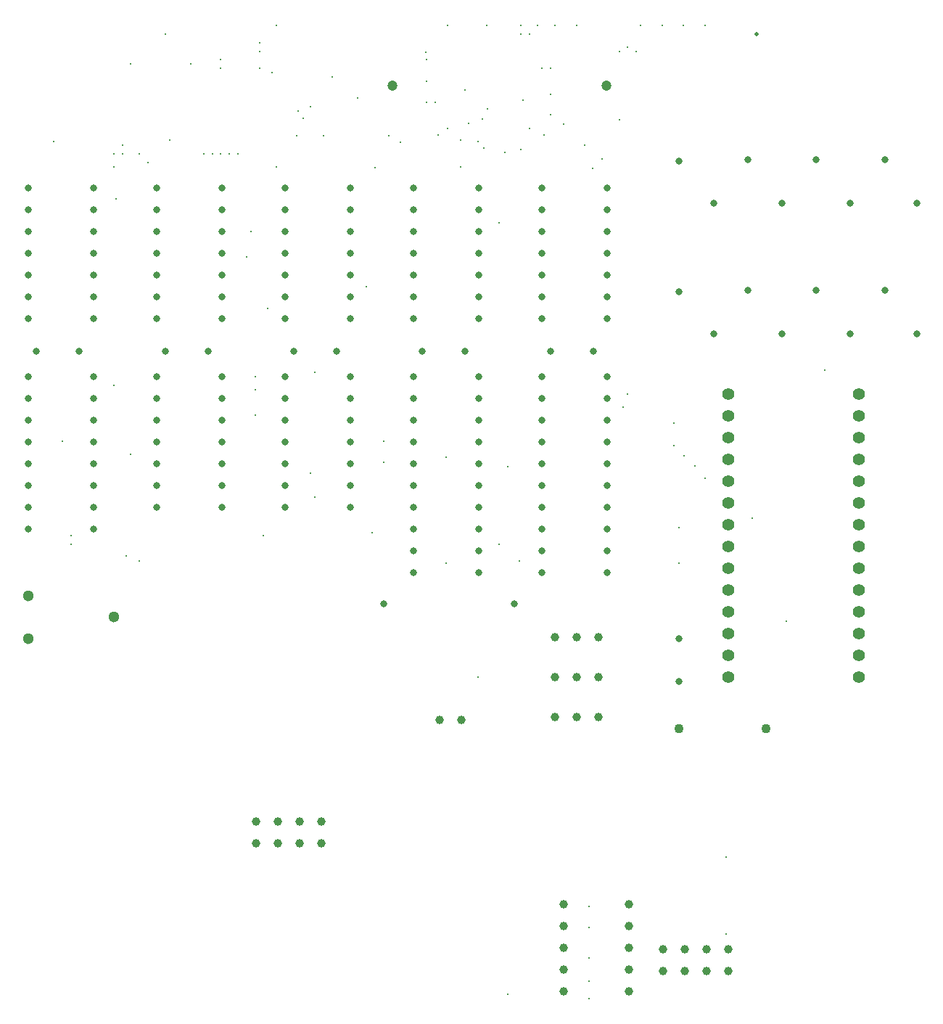
<source format=gbr>
%TF.GenerationSoftware,KiCad,Pcbnew,8.0.2*%
%TF.CreationDate,2024-05-13T23:51:45+02:00*%
%TF.ProjectId,M062.2,4d303632-2e32-42e6-9b69-6361645f7063,2*%
%TF.SameCoordinates,Original*%
%TF.FileFunction,Plated,1,2,PTH,Drill*%
%TF.FilePolarity,Positive*%
%FSLAX46Y46*%
G04 Gerber Fmt 4.6, Leading zero omitted, Abs format (unit mm)*
G04 Created by KiCad (PCBNEW 8.0.2) date 2024-05-13 23:51:45*
%MOMM*%
%LPD*%
G01*
G04 APERTURE LIST*
%TA.AperFunction,ViaDrill*%
%ADD10C,0.300000*%
%TD*%
%TA.AperFunction,ViaDrill*%
%ADD11C,0.500000*%
%TD*%
%TA.AperFunction,ComponentDrill*%
%ADD12C,0.800000*%
%TD*%
%TA.AperFunction,ComponentDrill*%
%ADD13C,1.000000*%
%TD*%
%TA.AperFunction,ComponentDrill*%
%ADD14C,1.100000*%
%TD*%
%TA.AperFunction,ComponentDrill*%
%ADD15C,1.200000*%
%TD*%
%TA.AperFunction,ComponentDrill*%
%ADD16C,1.300000*%
%TD*%
%TA.AperFunction,ComponentDrill*%
%ADD17C,1.400000*%
%TD*%
G04 APERTURE END LIST*
D10*
X104000000Y-62500000D03*
X105000000Y-97500000D03*
X106000000Y-108500000D03*
X106000000Y-109500000D03*
X111000000Y-64000000D03*
X111000000Y-65500000D03*
X111000000Y-91000000D03*
X111250000Y-69250000D03*
X112000000Y-63000000D03*
X112000000Y-64000000D03*
X112500000Y-110900000D03*
X113000000Y-53500000D03*
X113000000Y-99000000D03*
X114000000Y-64000000D03*
X114000000Y-111500000D03*
X115000000Y-65000000D03*
X117000000Y-50000000D03*
X117500000Y-62400000D03*
X120000000Y-53500000D03*
X121500000Y-64000000D03*
X122500000Y-64000000D03*
X123500000Y-53000000D03*
X123500000Y-54000000D03*
X123500000Y-64000000D03*
X124500000Y-64000000D03*
X125500000Y-64000000D03*
X126500000Y-76000000D03*
X127000000Y-73000000D03*
X127500000Y-90000000D03*
X127500000Y-91500000D03*
X127500000Y-94500000D03*
X128000000Y-51000000D03*
X128000000Y-52000000D03*
X128000000Y-54000000D03*
X128500000Y-108500000D03*
X129000000Y-82000000D03*
X129500000Y-54500000D03*
X130000000Y-49000000D03*
X130000000Y-65500000D03*
X132324265Y-61875735D03*
X132500000Y-59000000D03*
X133158174Y-59835190D03*
X134000000Y-58500000D03*
X134000000Y-101260000D03*
X134500000Y-89500000D03*
X134500000Y-104000000D03*
X135500000Y-61900000D03*
X136500000Y-55000000D03*
X139500000Y-57500000D03*
X140500000Y-79500000D03*
X141200000Y-108200000D03*
X141500000Y-65599999D03*
X142500000Y-97500000D03*
X142500000Y-100000000D03*
X143100000Y-61900000D03*
X144500000Y-62600000D03*
X147469937Y-52099188D03*
X147500000Y-53011026D03*
X147500000Y-55500000D03*
X147500000Y-58000000D03*
X148500000Y-58000000D03*
X148850001Y-61800000D03*
X149782843Y-111717157D03*
X149800000Y-99400000D03*
X150000000Y-49000000D03*
X150000000Y-61000000D03*
X151500000Y-62400000D03*
X151500000Y-65500000D03*
X152000000Y-56500000D03*
X152425000Y-60400000D03*
X153500000Y-62500000D03*
X153500000Y-125000000D03*
X154000000Y-59900000D03*
X154224265Y-63275735D03*
X154500000Y-49000000D03*
X154600000Y-58700000D03*
X156000000Y-72000000D03*
X156000000Y-109500000D03*
X156674265Y-63825735D03*
X157000000Y-100500000D03*
X157000000Y-162000000D03*
X158353797Y-111520608D03*
X158500000Y-49000000D03*
X158500000Y-50000000D03*
X158500000Y-63500000D03*
X158750765Y-57721475D03*
X159500000Y-50000000D03*
X159500000Y-61000000D03*
X160500000Y-49000000D03*
X161000000Y-54000000D03*
X161199995Y-61800000D03*
X162000000Y-54000000D03*
X162000000Y-57000000D03*
X162000000Y-59400000D03*
X162500000Y-49000000D03*
X163500000Y-60500000D03*
X165000000Y-49000000D03*
X166000000Y-63000000D03*
X166500000Y-151750000D03*
X166500000Y-154250000D03*
X166500000Y-157750000D03*
X166500000Y-160500000D03*
X166500000Y-162500000D03*
X166905589Y-65675172D03*
X168000000Y-64600000D03*
X170000000Y-60000000D03*
X170060000Y-52000000D03*
X170500000Y-93500000D03*
X171000000Y-51500000D03*
X171000000Y-92000000D03*
X172000000Y-52000000D03*
X172500010Y-48999990D03*
X175000004Y-49000004D03*
X176400000Y-95400000D03*
X176400000Y-98000000D03*
X177000000Y-107600000D03*
X177000000Y-111750000D03*
X177500000Y-48999996D03*
X177600000Y-99200000D03*
X178800000Y-100400000D03*
X179999990Y-49000000D03*
X180000000Y-101800000D03*
X182500000Y-146000000D03*
X182500000Y-155000000D03*
X185500000Y-106500000D03*
X189500000Y-118500000D03*
X194000000Y-89200000D03*
D11*
X186000000Y-50000000D03*
D12*
%TO.C,U8*%
X101000000Y-68000000D03*
X101000000Y-70540000D03*
X101000000Y-73080000D03*
X101000000Y-75620000D03*
X101000000Y-78160000D03*
X101000000Y-80700000D03*
X101000000Y-83240000D03*
%TO.C,U5*%
X101000000Y-90000000D03*
X101000000Y-92540000D03*
X101000000Y-95080000D03*
X101000000Y-97620000D03*
X101000000Y-100160000D03*
X101000000Y-102700000D03*
X101000000Y-105240000D03*
X101000000Y-107780000D03*
%TO.C,C2*%
X102000000Y-87000000D03*
X107000000Y-87000000D03*
%TO.C,U8*%
X108620000Y-68000000D03*
X108620000Y-70540000D03*
X108620000Y-73080000D03*
X108620000Y-75620000D03*
X108620000Y-78160000D03*
X108620000Y-80700000D03*
X108620000Y-83240000D03*
%TO.C,U5*%
X108620000Y-90000000D03*
X108620000Y-92540000D03*
X108620000Y-95080000D03*
X108620000Y-97620000D03*
X108620000Y-100160000D03*
X108620000Y-102700000D03*
X108620000Y-105240000D03*
X108620000Y-107780000D03*
%TO.C,U1*%
X116000000Y-68000000D03*
X116000000Y-70540000D03*
X116000000Y-73080000D03*
X116000000Y-75620000D03*
X116000000Y-78160000D03*
X116000000Y-80700000D03*
X116000000Y-83240000D03*
%TO.C,U3*%
X116000000Y-90000000D03*
X116000000Y-92540000D03*
X116000000Y-95080000D03*
X116000000Y-97620000D03*
X116000000Y-100160000D03*
X116000000Y-102700000D03*
X116000000Y-105240000D03*
%TO.C,C3*%
X117000000Y-87000000D03*
X122000000Y-87000000D03*
%TO.C,U1*%
X123620000Y-68000000D03*
X123620000Y-70540000D03*
X123620000Y-73080000D03*
X123620000Y-75620000D03*
X123620000Y-78160000D03*
X123620000Y-80700000D03*
X123620000Y-83240000D03*
%TO.C,U3*%
X123620000Y-90000000D03*
X123620000Y-92540000D03*
X123620000Y-95080000D03*
X123620000Y-97620000D03*
X123620000Y-100160000D03*
X123620000Y-102700000D03*
X123620000Y-105240000D03*
%TO.C,U9*%
X131000000Y-68000000D03*
X131000000Y-70540000D03*
X131000000Y-73080000D03*
X131000000Y-75620000D03*
X131000000Y-78160000D03*
X131000000Y-80700000D03*
X131000000Y-83240000D03*
%TO.C,U6*%
X131000000Y-90000000D03*
X131000000Y-92540000D03*
X131000000Y-95080000D03*
X131000000Y-97620000D03*
X131000000Y-100160000D03*
X131000000Y-102700000D03*
X131000000Y-105240000D03*
%TO.C,C4*%
X132000000Y-87000000D03*
X137000000Y-87000000D03*
%TO.C,U9*%
X138620000Y-68000000D03*
X138620000Y-70540000D03*
X138620000Y-73080000D03*
X138620000Y-75620000D03*
X138620000Y-78160000D03*
X138620000Y-80700000D03*
X138620000Y-83240000D03*
%TO.C,U6*%
X138620000Y-90000000D03*
X138620000Y-92540000D03*
X138620000Y-95080000D03*
X138620000Y-97620000D03*
X138620000Y-100160000D03*
X138620000Y-102700000D03*
X138620000Y-105240000D03*
%TO.C,R9*%
X142500000Y-116500000D03*
%TO.C,U2*%
X146000000Y-68000000D03*
X146000000Y-70540000D03*
X146000000Y-73080000D03*
X146000000Y-75620000D03*
X146000000Y-78160000D03*
X146000000Y-80700000D03*
X146000000Y-83240000D03*
%TO.C,U10*%
X146000000Y-90000000D03*
X146000000Y-92540000D03*
X146000000Y-95080000D03*
X146000000Y-97620000D03*
X146000000Y-100160000D03*
X146000000Y-102700000D03*
X146000000Y-105240000D03*
X146000000Y-107780000D03*
X146000000Y-110320000D03*
X146000000Y-112860000D03*
%TO.C,C5*%
X147000000Y-87000000D03*
X152000000Y-87000000D03*
%TO.C,U2*%
X153620000Y-68000000D03*
X153620000Y-70540000D03*
X153620000Y-73080000D03*
X153620000Y-75620000D03*
X153620000Y-78160000D03*
X153620000Y-80700000D03*
X153620000Y-83240000D03*
%TO.C,U10*%
X153620000Y-90000000D03*
X153620000Y-92540000D03*
X153620000Y-95080000D03*
X153620000Y-97620000D03*
X153620000Y-100160000D03*
X153620000Y-102700000D03*
X153620000Y-105240000D03*
X153620000Y-107780000D03*
X153620000Y-110320000D03*
X153620000Y-112860000D03*
%TO.C,R9*%
X157740000Y-116500000D03*
%TO.C,U4*%
X161000000Y-68000000D03*
X161000000Y-70540000D03*
X161000000Y-73080000D03*
X161000000Y-75620000D03*
X161000000Y-78160000D03*
X161000000Y-80700000D03*
X161000000Y-83240000D03*
%TO.C,U7*%
X161000000Y-90000000D03*
X161000000Y-92540000D03*
X161000000Y-95080000D03*
X161000000Y-97620000D03*
X161000000Y-100160000D03*
X161000000Y-102700000D03*
X161000000Y-105240000D03*
X161000000Y-107780000D03*
X161000000Y-110320000D03*
X161000000Y-112860000D03*
%TO.C,C6*%
X162000000Y-87000000D03*
X167000000Y-87000000D03*
%TO.C,U4*%
X168620000Y-68000000D03*
X168620000Y-70540000D03*
X168620000Y-73080000D03*
X168620000Y-75620000D03*
X168620000Y-78160000D03*
X168620000Y-80700000D03*
X168620000Y-83240000D03*
%TO.C,U7*%
X168620000Y-90000000D03*
X168620000Y-92540000D03*
X168620000Y-95080000D03*
X168620000Y-97620000D03*
X168620000Y-100160000D03*
X168620000Y-102700000D03*
X168620000Y-105240000D03*
X168620000Y-107780000D03*
X168620000Y-110320000D03*
X168620000Y-112860000D03*
%TO.C,R8*%
X177000000Y-64840000D03*
X177000000Y-80080000D03*
%TO.C,C7*%
X177000000Y-120500000D03*
X177000000Y-125500000D03*
%TO.C,R7*%
X181000000Y-69760000D03*
X181000000Y-85000000D03*
%TO.C,R6*%
X185000000Y-64680000D03*
X185000000Y-79920000D03*
%TO.C,R5*%
X189000000Y-69760000D03*
X189000000Y-85000000D03*
%TO.C,R4*%
X193000000Y-64680000D03*
X193000000Y-79920000D03*
%TO.C,R3*%
X197000000Y-69760000D03*
X197000000Y-85000000D03*
%TO.C,R2*%
X201000000Y-64680000D03*
X201000000Y-79920000D03*
%TO.C,R1*%
X204760000Y-69760000D03*
X204760000Y-85000000D03*
D13*
%TO.C,J1*%
X127650000Y-141875000D03*
X127650000Y-144415000D03*
X130190000Y-141875000D03*
X130190000Y-144415000D03*
X132730000Y-141875000D03*
X132730000Y-144415000D03*
X135270000Y-141875000D03*
X135270000Y-144415000D03*
%TO.C,JP2*%
X149000000Y-130000000D03*
X151540000Y-130000000D03*
%TO.C,JP4*%
X162475000Y-120350000D03*
%TO.C,JP3*%
X162475000Y-125000000D03*
%TO.C,JP1*%
X162475000Y-129650000D03*
%TO.C,U12*%
X163500000Y-151500000D03*
X163500000Y-154040000D03*
X163500000Y-156580000D03*
X163500000Y-159120000D03*
X163500000Y-161660000D03*
%TO.C,JP4*%
X165015000Y-120350000D03*
%TO.C,JP3*%
X165015000Y-125000000D03*
%TO.C,JP1*%
X165015000Y-129650000D03*
%TO.C,JP4*%
X167555000Y-120350000D03*
%TO.C,JP3*%
X167555000Y-125000000D03*
%TO.C,JP1*%
X167555000Y-129650000D03*
%TO.C,U12*%
X171120000Y-151500000D03*
X171120000Y-154040000D03*
X171120000Y-156580000D03*
X171120000Y-159120000D03*
X171120000Y-161660000D03*
%TO.C,J2*%
X175080000Y-156760000D03*
X175080000Y-159300000D03*
X177620000Y-156760000D03*
X177620000Y-159300000D03*
X180160000Y-156760000D03*
X180160000Y-159300000D03*
X182700000Y-156760000D03*
X182700000Y-159300000D03*
D14*
%TO.C,D1*%
X177000000Y-131000000D03*
X187160000Y-131000000D03*
D15*
%TO.C,C1*%
X143500000Y-56000000D03*
X168500000Y-56000000D03*
D16*
%TO.C,RV1*%
X101000000Y-115500000D03*
X101000000Y-120500000D03*
X111000000Y-118000000D03*
D17*
%TO.C,U11*%
X182760000Y-91980000D03*
X182760000Y-94520000D03*
X182760000Y-97060000D03*
X182760000Y-99600000D03*
X182760000Y-102140000D03*
X182760000Y-104680000D03*
X182760000Y-107220000D03*
X182760000Y-109760000D03*
X182760000Y-112300000D03*
X182760000Y-114840000D03*
X182760000Y-117380000D03*
X182760000Y-119920000D03*
X182760000Y-122460000D03*
X182760000Y-125000000D03*
X198000000Y-91980000D03*
X198000000Y-94520000D03*
X198000000Y-97060000D03*
X198000000Y-99600000D03*
X198000000Y-102140000D03*
X198000000Y-104680000D03*
X198000000Y-107220000D03*
X198000000Y-109760000D03*
X198000000Y-112300000D03*
X198000000Y-114840000D03*
X198000000Y-117380000D03*
X198000000Y-119920000D03*
X198000000Y-122460000D03*
X198000000Y-125000000D03*
M02*

</source>
